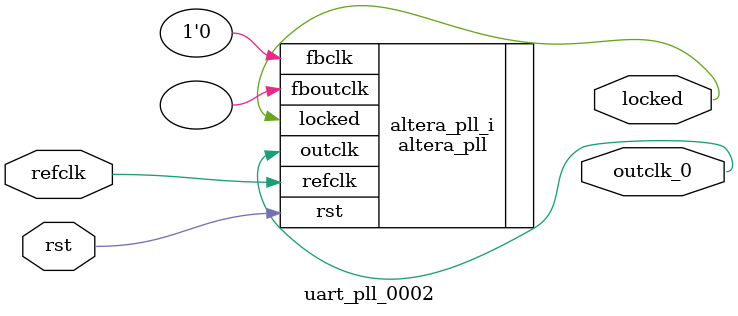
<source format=v>
`timescale 1ns/10ps
module  uart_pll_0002(

	// interface 'refclk'
	input wire refclk,

	// interface 'reset'
	input wire rst,

	// interface 'outclk0'
	output wire outclk_0,

	// interface 'locked'
	output wire locked
);

	altera_pll #(
		.fractional_vco_multiplier("false"),
		.reference_clock_frequency("50.0 MHz"),
		.operation_mode("direct"),
		.number_of_clocks(1),
		.output_clock_frequency0("1.171875 MHz"),
		.phase_shift0("0 ps"),
		.duty_cycle0(50),
		.output_clock_frequency1("0 MHz"),
		.phase_shift1("0 ps"),
		.duty_cycle1(50),
		.output_clock_frequency2("0 MHz"),
		.phase_shift2("0 ps"),
		.duty_cycle2(50),
		.output_clock_frequency3("0 MHz"),
		.phase_shift3("0 ps"),
		.duty_cycle3(50),
		.output_clock_frequency4("0 MHz"),
		.phase_shift4("0 ps"),
		.duty_cycle4(50),
		.output_clock_frequency5("0 MHz"),
		.phase_shift5("0 ps"),
		.duty_cycle5(50),
		.output_clock_frequency6("0 MHz"),
		.phase_shift6("0 ps"),
		.duty_cycle6(50),
		.output_clock_frequency7("0 MHz"),
		.phase_shift7("0 ps"),
		.duty_cycle7(50),
		.output_clock_frequency8("0 MHz"),
		.phase_shift8("0 ps"),
		.duty_cycle8(50),
		.output_clock_frequency9("0 MHz"),
		.phase_shift9("0 ps"),
		.duty_cycle9(50),
		.output_clock_frequency10("0 MHz"),
		.phase_shift10("0 ps"),
		.duty_cycle10(50),
		.output_clock_frequency11("0 MHz"),
		.phase_shift11("0 ps"),
		.duty_cycle11(50),
		.output_clock_frequency12("0 MHz"),
		.phase_shift12("0 ps"),
		.duty_cycle12(50),
		.output_clock_frequency13("0 MHz"),
		.phase_shift13("0 ps"),
		.duty_cycle13(50),
		.output_clock_frequency14("0 MHz"),
		.phase_shift14("0 ps"),
		.duty_cycle14(50),
		.output_clock_frequency15("0 MHz"),
		.phase_shift15("0 ps"),
		.duty_cycle15(50),
		.output_clock_frequency16("0 MHz"),
		.phase_shift16("0 ps"),
		.duty_cycle16(50),
		.output_clock_frequency17("0 MHz"),
		.phase_shift17("0 ps"),
		.duty_cycle17(50),
		.pll_type("General"),
		.pll_subtype("General")
	) altera_pll_i (
		.rst	(rst),
		.outclk	({outclk_0}),
		.locked	(locked),
		.fboutclk	( ),
		.fbclk	(1'b0),
		.refclk	(refclk)
	);
endmodule


</source>
